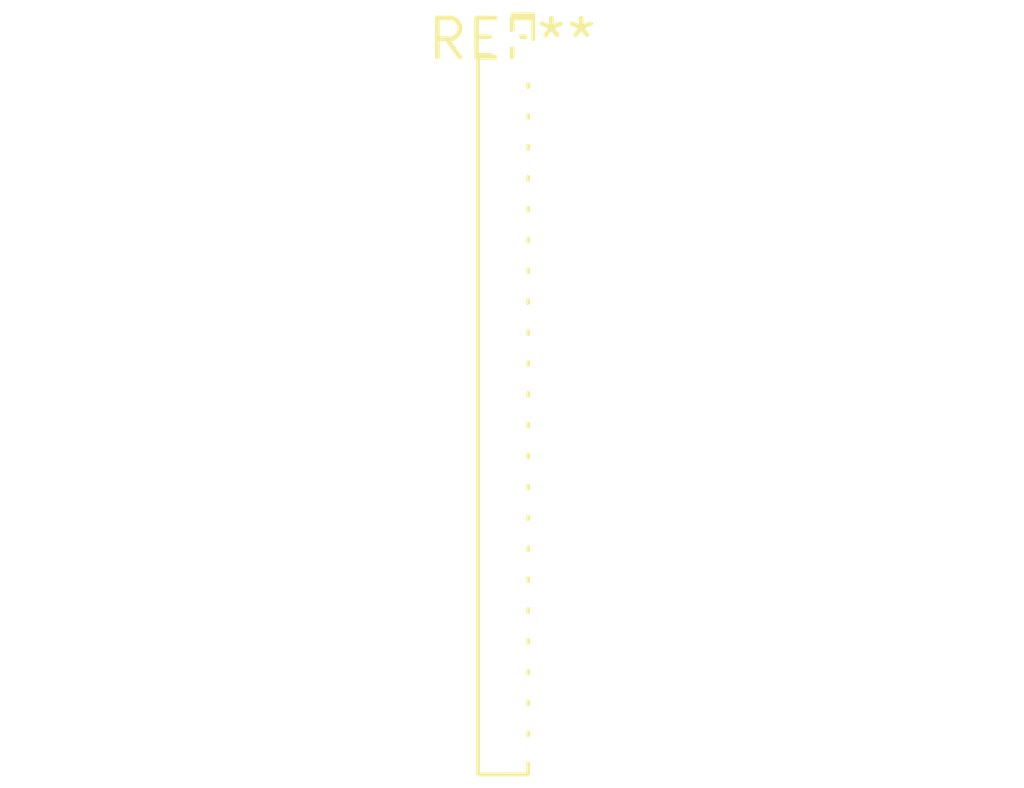
<source format=kicad_pcb>
(kicad_pcb (version 20240108) (generator pcbnew)
  (layers (0 "F.Cu" signal) (31 "B.Cu" signal) (34 "B.Paste" user) (35 "F.Paste" user) (36 "B.SilkS" user "B.Silkscreen") (37 "F.SilkS" user "F.Silkscreen") (38 "B.Mask" user) (39 "F.Mask" user) (44 "Edge.Cuts" user))
  (net 0 "")
  (footprint "PinSocket_1x24_P1.00mm_Vertical" (layer "F.Cu") (at 0 0)
    (property "Reference" "REF**")
    (property "Value" "PinSocket_1x24_P1.00mm_Vertical")
    (fp_line (start -1.1 0.5) (end -1.1 23.81) (layer "F.SilkS") (stroke (width 0.12)))
    (fp_line (start -1.1 0.5) (end -0.685 0.5) (layer "F.SilkS") (stroke (width 0.12)))
    (fp_line (start -1.1 23.81) (end 0.52 23.81) (layer "F.SilkS") (stroke (width 0.12)))
    (fp_line (start 0 -0.81) (end 0.685 -0.81) (layer "F.SilkS") (stroke (width 0.12)))
    (fp_line (start 0.52 1.445898) (end 0.52 1.554102) (layer "F.SilkS") (stroke (width 0.12)))
    (fp_line (start 0.52 2.445898) (end 0.52 2.554102) (layer "F.SilkS") (stroke (width 0.12)))
    (fp_line (start 0.52 3.445898) (end 0.52 3.554102) (layer "F.SilkS") (stroke (width 0.12)))
    (fp_line (start 0.52 4.445898) (end 0.52 4.554102) (layer "F.SilkS") (stroke (width 0.12)))
    (fp_line (start 0.52 5.445898) (end 0.52 5.554102) (layer "F.SilkS") (stroke (width 0.12)))
    (fp_line (start 0.52 6.445898) (end 0.52 6.554102) (layer "F.SilkS") (stroke (width 0.12)))
    (fp_line (start 0.52 7.445898) (end 0.52 7.554102) (layer "F.SilkS") (stroke (width 0.12)))
    (fp_line (start 0.52 8.445898) (end 0.52 8.554102) (layer "F.SilkS") (stroke (width 0.12)))
    (fp_line (start 0.52 9.445898) (end 0.52 9.554102) (layer "F.SilkS") (stroke (width 0.12)))
    (fp_line (start 0.52 10.445898) (end 0.52 10.554102) (layer "F.SilkS") (stroke (width 0.12)))
    (fp_line (start 0.52 11.445898) (end 0.52 11.554102) (layer "F.SilkS") (stroke (width 0.12)))
    (fp_line (start 0.52 12.445898) (end 0.52 12.554102) (layer "F.SilkS") (stroke (width 0.12)))
    (fp_line (start 0.52 13.445898) (end 0.52 13.554102) (layer "F.SilkS") (stroke (width 0.12)))
    (fp_line (start 0.52 14.445898) (end 0.52 14.554102) (layer "F.SilkS") (stroke (width 0.12)))
    (fp_line (start 0.52 15.445898) (end 0.52 15.554102) (layer "F.SilkS") (stroke (width 0.12)))
    (fp_line (start 0.52 16.445898) (end 0.52 16.554102) (layer "F.SilkS") (stroke (width 0.12)))
    (fp_line (start 0.52 17.445898) (end 0.52 17.554102) (layer "F.SilkS") (stroke (width 0.12)))
    (fp_line (start 0.52 18.445898) (end 0.52 18.554102) (layer "F.SilkS") (stroke (width 0.12)))
    (fp_line (start 0.52 19.445898) (end 0.52 19.554102) (layer "F.SilkS") (stroke (width 0.12)))
    (fp_line (start 0.52 20.445898) (end 0.52 20.554102) (layer "F.SilkS") (stroke (width 0.12)))
    (fp_line (start 0.52 21.445898) (end 0.52 21.554102) (layer "F.SilkS") (stroke (width 0.12)))
    (fp_line (start 0.52 22.445898) (end 0.52 22.554102) (layer "F.SilkS") (stroke (width 0.12)))
    (fp_line (start 0.52 23.445898) (end 0.52 23.81) (layer "F.SilkS") (stroke (width 0.12)))
    (fp_line (start 0.685 -0.81) (end 0.685 0) (layer "F.SilkS") (stroke (width 0.12)))
    (pad "1" thru_hole rect (at 0 0) (size 0.85 0.85) (drill 0.5) (layers *.Cu *.Mask) (remove_unused_layers))
    (pad "2" thru_hole oval (at 0 1) (size 0.85 0.85) (drill 0.5) (layers *.Cu *.Mask) (remove_unused_layers))
    (pad "3" thru_hole oval (at 0 2) (size 0.85 0.85) (drill 0.5) (layers *.Cu *.Mask) (remove_unused_layers))
    (pad "4" thru_hole oval (at 0 3) (size 0.85 0.85) (drill 0.5) (layers *.Cu *.Mask) (remove_unused_layers))
    (pad "5" thru_hole oval (at 0 4) (size 0.85 0.85) (drill 0.5) (layers *.Cu *.Mask) (remove_unused_layers))
    (pad "6" thru_hole oval (at 0 5) (size 0.85 0.85) (drill 0.5) (layers *.Cu *.Mask) (remove_unused_layers))
    (pad "7" thru_hole oval (at 0 6) (size 0.85 0.85) (drill 0.5) (layers *.Cu *.Mask) (remove_unused_layers))
    (pad "8" thru_hole oval (at 0 7) (size 0.85 0.85) (drill 0.5) (layers *.Cu *.Mask) (remove_unused_layers))
    (pad "9" thru_hole oval (at 0 8) (size 0.85 0.85) (drill 0.5) (layers *.Cu *.Mask) (remove_unused_layers))
    (pad "10" thru_hole oval (at 0 9) (size 0.85 0.85) (drill 0.5) (layers *.Cu *.Mask) (remove_unused_layers))
    (pad "11" thru_hole oval (at 0 10) (size 0.85 0.85) (drill 0.5) (layers *.Cu *.Mask) (remove_unused_layers))
    (pad "12" thru_hole oval (at 0 11) (size 0.85 0.85) (drill 0.5) (layers *.Cu *.Mask) (remove_unused_layers))
    (pad "13" thru_hole oval (at 0 12) (size 0.85 0.85) (drill 0.5) (layers *.Cu *.Mask) (remove_unused_layers))
    (pad "14" thru_hole oval (at 0 13) (size 0.85 0.85) (drill 0.5) (layers *.Cu *.Mask) (remove_unused_layers))
    (pad "15" thru_hole oval (at 0 14) (size 0.85 0.85) (drill 0.5) (layers *.Cu *.Mask) (remove_unused_layers))
    (pad "16" thru_hole oval (at 0 15) (size 0.85 0.85) (drill 0.5) (layers *.Cu *.Mask) (remove_unused_layers))
    (pad "17" thru_hole oval (at 0 16) (size 0.85 0.85) (drill 0.5) (layers *.Cu *.Mask) (remove_unused_layers))
    (pad "18" thru_hole oval (at 0 17) (size 0.85 0.85) (drill 0.5) (layers *.Cu *.Mask) (remove_unused_layers))
    (pad "19" thru_hole oval (at 0 18) (size 0.85 0.85) (drill 0.5) (layers *.Cu *.Mask) (remove_unused_layers))
    (pad "20" thru_hole oval (at 0 19) (size 0.85 0.85) (drill 0.5) (layers *.Cu *.Mask) (remove_unused_layers))
    (pad "21" thru_hole oval (at 0 20) (size 0.85 0.85) (drill 0.5) (layers *.Cu *.Mask) (remove_unused_layers))
    (pad "22" thru_hole oval (at 0 21) (size 0.85 0.85) (drill 0.5) (layers *.Cu *.Mask) (remove_unused_layers))
    (pad "23" thru_hole oval (at 0 22) (size 0.85 0.85) (drill 0.5) (layers *.Cu *.Mask) (remove_unused_layers))
    (pad "24" thru_hole oval (at 0 23) (size 0.85 0.85) (drill 0.5) (layers *.Cu *.Mask) (remove_unused_layers))
  )
)
</source>
